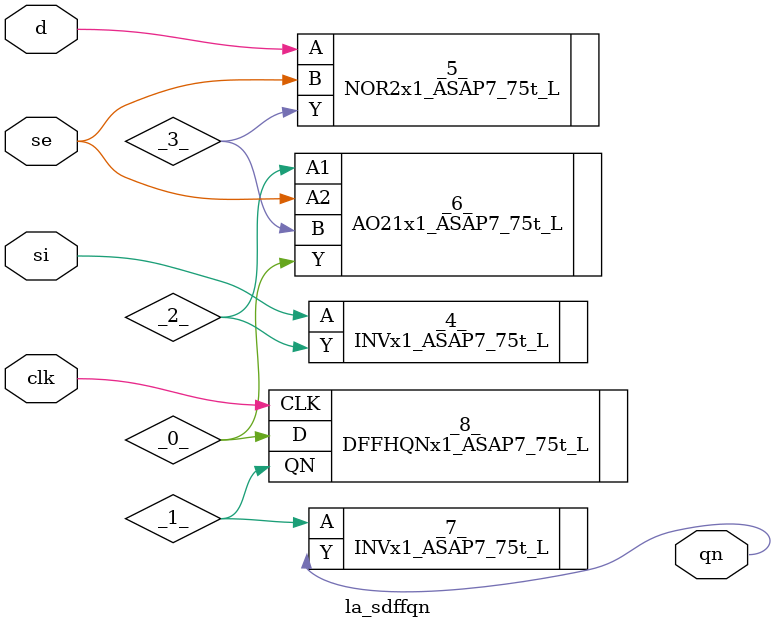
<source format=v>

/* Generated by Yosys 0.44 (git sha1 80ba43d26, g++ 11.4.0-1ubuntu1~22.04 -fPIC -O3) */

(* top =  1  *)
(* src = "inputs/la_sdffqn.v:11.1-23.10" *)
module la_sdffqn (
    d,
    si,
    se,
    clk,
    qn
);
  (* src = "inputs/la_sdffqn.v:21.3-21.45" *)
  wire _0_;
  wire _1_;
  wire _2_;
  wire _3_;
  (* src = "inputs/la_sdffqn.v:17.16-17.19" *)
  input clk;
  wire clk;
  (* src = "inputs/la_sdffqn.v:14.16-14.17" *)
  input d;
  wire d;
  (* src = "inputs/la_sdffqn.v:18.16-18.18" *)
  output qn;
  wire qn;
  (* src = "inputs/la_sdffqn.v:16.16-16.18" *)
  input se;
  wire se;
  (* src = "inputs/la_sdffqn.v:15.16-15.18" *)
  input si;
  wire si;
  INVx1_ASAP7_75t_L _4_ (
      .A(si),
      .Y(_2_)
  );
  NOR2x1_ASAP7_75t_L _5_ (
      .A(d),
      .B(se),
      .Y(_3_)
  );
  AO21x1_ASAP7_75t_L _6_ (
      .A1(_2_),
      .A2(se),
      .B (_3_),
      .Y (_0_)
  );
  INVx1_ASAP7_75t_L _7_ (
      .A(_1_),
      .Y(qn)
  );
  (* src = "inputs/la_sdffqn.v:21.3-21.45" *)
  DFFHQNx1_ASAP7_75t_L _8_ (
      .CLK(clk),
      .D  (_0_),
      .QN (_1_)
  );
endmodule

</source>
